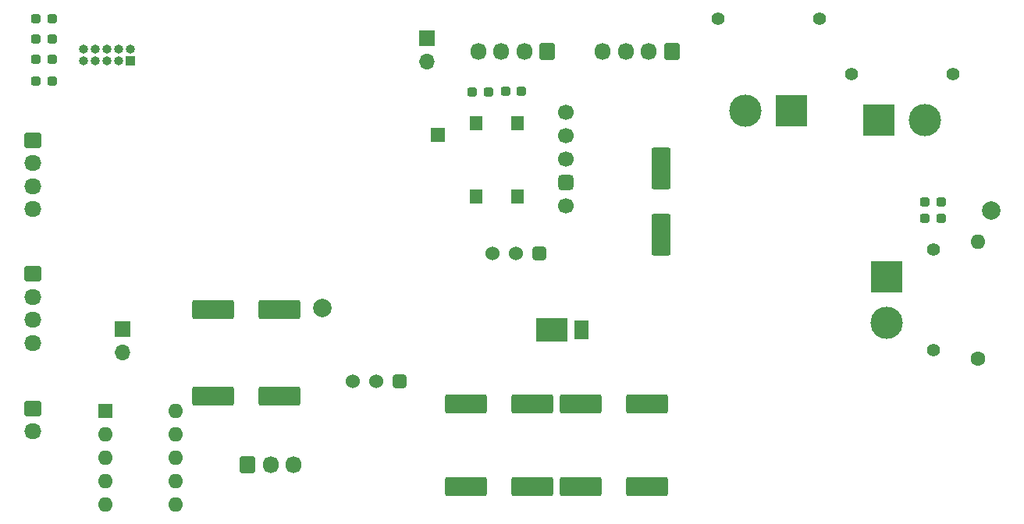
<source format=gbr>
%TF.GenerationSoftware,KiCad,Pcbnew,(6.0.11)*%
%TF.CreationDate,2024-02-10T16:45:13+09:00*%
%TF.ProjectId,LargeMD,4c617267-654d-4442-9e6b-696361645f70,rev?*%
%TF.SameCoordinates,Original*%
%TF.FileFunction,Soldermask,Top*%
%TF.FilePolarity,Negative*%
%FSLAX46Y46*%
G04 Gerber Fmt 4.6, Leading zero omitted, Abs format (unit mm)*
G04 Created by KiCad (PCBNEW (6.0.11)) date 2024-02-10 16:45:13*
%MOMM*%
%LPD*%
G01*
G04 APERTURE LIST*
G04 Aperture macros list*
%AMRoundRect*
0 Rectangle with rounded corners*
0 $1 Rounding radius*
0 $2 $3 $4 $5 $6 $7 $8 $9 X,Y pos of 4 corners*
0 Add a 4 corners polygon primitive as box body*
4,1,4,$2,$3,$4,$5,$6,$7,$8,$9,$2,$3,0*
0 Add four circle primitives for the rounded corners*
1,1,$1+$1,$2,$3*
1,1,$1+$1,$4,$5*
1,1,$1+$1,$6,$7*
1,1,$1+$1,$8,$9*
0 Add four rect primitives between the rounded corners*
20,1,$1+$1,$2,$3,$4,$5,0*
20,1,$1+$1,$4,$5,$6,$7,0*
20,1,$1+$1,$6,$7,$8,$9,0*
20,1,$1+$1,$8,$9,$2,$3,0*%
G04 Aperture macros list end*
%ADD10R,3.400000X2.600000*%
%ADD11R,1.500000X2.000000*%
%ADD12C,1.700000*%
%ADD13RoundRect,0.425000X0.425000X0.425000X-0.425000X0.425000X-0.425000X-0.425000X0.425000X-0.425000X0*%
%ADD14R,1.500000X1.500000*%
%ADD15RoundRect,0.250000X-0.675000X0.600000X-0.675000X-0.600000X0.675000X-0.600000X0.675000X0.600000X0*%
%ADD16O,1.850000X1.700000*%
%ADD17C,1.400000*%
%ADD18R,3.500000X3.500000*%
%ADD19C,3.500000*%
%ADD20RoundRect,0.237500X-0.287500X-0.237500X0.287500X-0.237500X0.287500X0.237500X-0.287500X0.237500X0*%
%ADD21RoundRect,0.250001X1.999999X0.799999X-1.999999X0.799999X-1.999999X-0.799999X1.999999X-0.799999X0*%
%ADD22RoundRect,0.250000X0.600000X0.675000X-0.600000X0.675000X-0.600000X-0.675000X0.600000X-0.675000X0*%
%ADD23O,1.700000X1.850000*%
%ADD24RoundRect,0.250001X-1.999999X-0.799999X1.999999X-0.799999X1.999999X0.799999X-1.999999X0.799999X0*%
%ADD25RoundRect,0.381000X-0.381000X0.381000X-0.381000X-0.381000X0.381000X-0.381000X0.381000X0.381000X0*%
%ADD26C,1.524000*%
%ADD27RoundRect,0.250001X0.799999X-1.999999X0.799999X1.999999X-0.799999X1.999999X-0.799999X-1.999999X0*%
%ADD28R,1.700000X1.700000*%
%ADD29O,1.700000X1.700000*%
%ADD30RoundRect,0.250000X-0.600000X-0.675000X0.600000X-0.675000X0.600000X0.675000X-0.600000X0.675000X0*%
%ADD31R,1.400000X1.600000*%
%ADD32RoundRect,0.237500X0.287500X0.237500X-0.287500X0.237500X-0.287500X-0.237500X0.287500X-0.237500X0*%
%ADD33R,1.600000X1.600000*%
%ADD34O,1.600000X1.600000*%
%ADD35C,2.000000*%
%ADD36R,1.000000X1.000000*%
%ADD37O,1.000000X1.000000*%
%ADD38C,1.600000*%
G04 APERTURE END LIST*
D10*
%TO.C,D2*%
X101490000Y-72750000D03*
D11*
X104710000Y-72750000D03*
%TD*%
D12*
%TO.C,SW3*%
X103040000Y-49100000D03*
X103040000Y-59260000D03*
D13*
X103040000Y-56720000D03*
D12*
X103040000Y-54180000D03*
X103040000Y-51640000D03*
%TD*%
D14*
%TO.C,H2*%
X89110000Y-51580000D03*
%TD*%
D15*
%TO.C,J10*%
X45200000Y-52100000D03*
D16*
X45200000Y-54600000D03*
X45200000Y-57100000D03*
X45200000Y-59600000D03*
%TD*%
D17*
%TO.C,J1*%
X130500000Y-38925000D03*
X119500000Y-38925000D03*
D18*
X127500000Y-48925000D03*
D19*
X122500000Y-48925000D03*
%TD*%
D20*
%TO.C,D14*%
X96475000Y-46830000D03*
X98225000Y-46830000D03*
%TD*%
D21*
%TO.C,C18*%
X71930000Y-79920000D03*
X64730000Y-79920000D03*
%TD*%
D22*
%TO.C,J8*%
X101000000Y-42500000D03*
D23*
X98500000Y-42500000D03*
X96000000Y-42500000D03*
X93500000Y-42500000D03*
%TD*%
D20*
%TO.C,D6*%
X45525000Y-38900000D03*
X47275000Y-38900000D03*
%TD*%
D24*
%TO.C,C14*%
X104600000Y-80750000D03*
X111800000Y-80750000D03*
%TD*%
D15*
%TO.C,J4*%
X45200000Y-81250000D03*
D16*
X45200000Y-83750000D03*
%TD*%
D15*
%TO.C,J9*%
X45200000Y-66650000D03*
D16*
X45200000Y-69150000D03*
X45200000Y-71650000D03*
X45200000Y-74150000D03*
%TD*%
D25*
%TO.C,SW2*%
X100171000Y-64420000D03*
D26*
X97631000Y-64420000D03*
X95091000Y-64420000D03*
%TD*%
D17*
%TO.C,J2*%
X134000000Y-44900000D03*
X145000000Y-44900000D03*
D18*
X137000000Y-49900000D03*
D19*
X142000000Y-49900000D03*
%TD*%
D27*
%TO.C,C13*%
X113350000Y-62350000D03*
X113350000Y-55150000D03*
%TD*%
D21*
%TO.C,C16*%
X99350000Y-89750000D03*
X92150000Y-89750000D03*
%TD*%
D28*
%TO.C,JP4*%
X54900000Y-72625000D03*
D29*
X54900000Y-75165000D03*
%TD*%
D30*
%TO.C,J5*%
X68500000Y-87350000D03*
D23*
X71000000Y-87350000D03*
X73500000Y-87350000D03*
%TD*%
D20*
%TO.C,D4*%
X45550000Y-43300000D03*
X47300000Y-43300000D03*
%TD*%
D22*
%TO.C,J7*%
X114500000Y-42470000D03*
D23*
X112000000Y-42470000D03*
X109500000Y-42470000D03*
X107000000Y-42470000D03*
%TD*%
D24*
%TO.C,C19*%
X64705000Y-70540000D03*
X71905000Y-70540000D03*
%TD*%
D20*
%TO.C,D5*%
X45550000Y-45700000D03*
X47300000Y-45700000D03*
%TD*%
%TO.C,D3*%
X45525000Y-41100000D03*
X47275000Y-41100000D03*
%TD*%
D17*
%TO.C,J6*%
X142850000Y-63950000D03*
X142850000Y-74950000D03*
D18*
X137850000Y-66950000D03*
D19*
X137850000Y-71950000D03*
%TD*%
D24*
%TO.C,C17*%
X104650000Y-89750000D03*
X111850000Y-89750000D03*
%TD*%
D20*
%TO.C,D18*%
X141975000Y-58830000D03*
X143725000Y-58830000D03*
%TD*%
D21*
%TO.C,C15*%
X99350000Y-80750000D03*
X92150000Y-80750000D03*
%TD*%
D31*
%TO.C,SW4*%
X93280000Y-50240000D03*
X93280000Y-58240000D03*
X97780000Y-58240000D03*
X97780000Y-50240000D03*
%TD*%
D25*
%TO.C,U1*%
X84940000Y-78300000D03*
D26*
X82400000Y-78300000D03*
X79860000Y-78300000D03*
%TD*%
D32*
%TO.C,D19*%
X143715355Y-60564645D03*
X141965355Y-60564645D03*
%TD*%
D33*
%TO.C,SW1*%
X53050000Y-81475000D03*
D34*
X53050000Y-84015000D03*
X53050000Y-86555000D03*
X53050000Y-89095000D03*
X53050000Y-91635000D03*
X60670000Y-91635000D03*
X60670000Y-89095000D03*
X60670000Y-86555000D03*
X60670000Y-84015000D03*
X60670000Y-81475000D03*
%TD*%
D32*
%TO.C,D11*%
X94597500Y-46850000D03*
X92847500Y-46850000D03*
%TD*%
D28*
%TO.C,JP3*%
X87970000Y-41010000D03*
D29*
X87970000Y-43550000D03*
%TD*%
D35*
%TO.C,TP5*%
X149120000Y-59790000D03*
%TD*%
D36*
%TO.C,J3*%
X55780000Y-43482500D03*
D37*
X55780000Y-42212500D03*
X54510000Y-43482500D03*
X54510000Y-42212500D03*
X53240000Y-43482500D03*
X53240000Y-42212500D03*
X51970000Y-43482500D03*
X51970000Y-42212500D03*
X50700000Y-43482500D03*
X50700000Y-42212500D03*
%TD*%
D38*
%TO.C,R62*%
X147700000Y-75800000D03*
D34*
X147700000Y-63100000D03*
%TD*%
D35*
%TO.C,TP4*%
X76570000Y-70330000D03*
%TD*%
M02*

</source>
